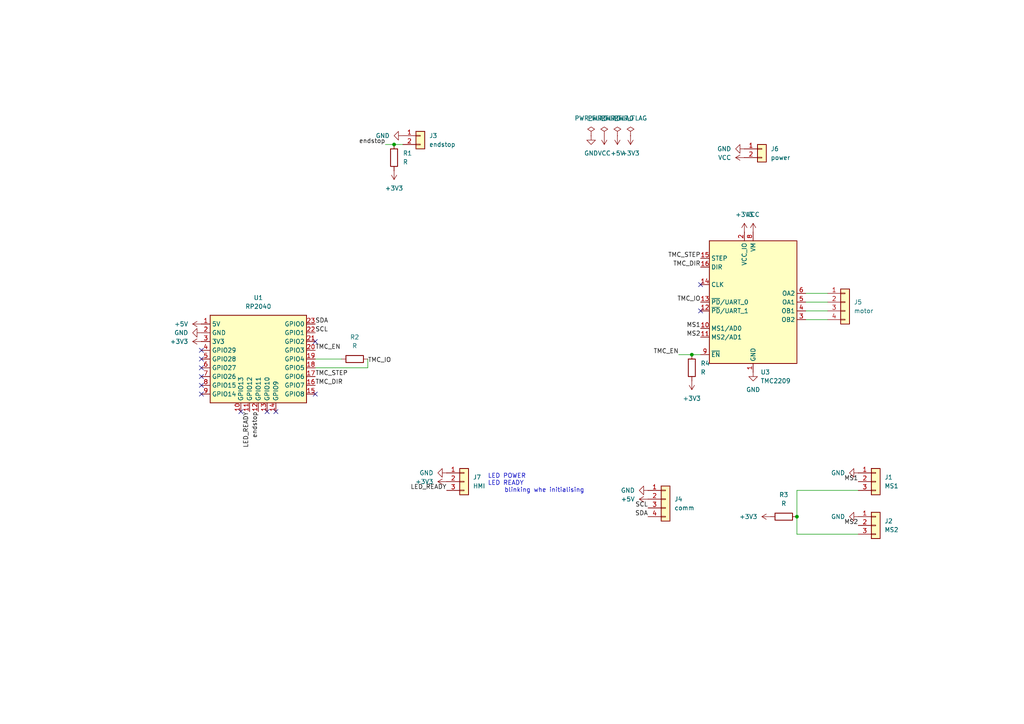
<source format=kicad_sch>
(kicad_sch (version 20250114) (generator "eeschema") (generator_version "9.0")
  (paper "A4")
  (lib_symbols
    (symbol "Connector_Generic:Conn_01x02" (pin_names (offset 1.016) (hide yes))
      (property "Reference" "J" (at 0 2.54 0))
      (property "Value" "Conn_01x02" (at 0 -5.08 0))
      (symbol "Conn_01x02_1_1"
        (rectangle (start -1.27 1.27) (end 1.27 -3.81) (stroke (width 0.254)) (fill (type background)))
        (rectangle (start -1.27 0.127) (end 0 -0.127) (stroke (width 0.1524)))
        (rectangle (start -1.27 -2.413) (end 0 -2.667) (stroke (width 0.1524)))
        (pin passive line (at -5.08 0 0) (length 3.81) (name "Pin_1") (number "1"))
        (pin passive line (at -5.08 -2.54 0) (length 3.81) (name "Pin_2") (number "2"))
      )
    )
    (symbol "Connector_Generic:Conn_01x03" (pin_names (offset 1.016) (hide yes))
      (property "Reference" "J" (at 0 5.08 0))
      (property "Value" "Conn_01x03" (at 0 -5.08 0))
      (symbol "Conn_01x03_1_1"
        (rectangle (start -1.27 3.81) (end 1.27 -3.81) (stroke (width 0.254)) (fill (type background)))
        (rectangle (start -1.27 2.667) (end 0 2.413) (stroke (width 0.1524)))
        (rectangle (start -1.27 0.127) (end 0 -0.127) (stroke (width 0.1524)))
        (rectangle (start -1.27 -2.413) (end 0 -2.667) (stroke (width 0.1524)))
        (pin passive line (at -5.08 2.54 0) (length 3.81) (name "Pin_1") (number "1"))
        (pin passive line (at -5.08 0 0) (length 3.81) (name "Pin_2") (number "2"))
        (pin passive line (at -5.08 -2.54 0) (length 3.81) (name "Pin_3") (number "3"))
      )
    )
    (symbol "Connector_Generic:Conn_01x04" (pin_names (offset 1.016) (hide yes))
      (property "Reference" "J" (at 0 5.08 0))
      (property "Value" "Conn_01x04" (at 0 -7.62 0))
      (symbol "Conn_01x04_1_1"
        (rectangle (start -1.27 3.81) (end 1.27 -6.35) (stroke (width 0.254)) (fill (type background)))
        (rectangle (start -1.27 2.667) (end 0 2.413) (stroke (width 0.1524)))
        (rectangle (start -1.27 0.127) (end 0 -0.127) (stroke (width 0.1524)))
        (rectangle (start -1.27 -2.413) (end 0 -2.667) (stroke (width 0.1524)))
        (rectangle (start -1.27 -4.953) (end 0 -5.207) (stroke (width 0.1524)))
        (pin passive line (at -5.08 2.54 0) (length 3.81) (name "Pin_1") (number "1"))
        (pin passive line (at -5.08 0 0) (length 3.81) (name "Pin_2") (number "2"))
        (pin passive line (at -5.08 -2.54 0) (length 3.81) (name "Pin_3") (number "3"))
        (pin passive line (at -5.08 -5.08 0) (length 3.81) (name "Pin_4") (number "4"))
      )
    )
    (symbol "Device:R" (pin_numbers (hide yes)) (pin_names (offset 0))
      (property "Reference" "R" (at 2.032 0 90))
      (property "Value" "R" (at 0 0 90))
      (symbol "R_0_1"
        (rectangle (start -1.016 -2.54) (end 1.016 2.54) (stroke (width 0.254)))
      )
      (symbol "R_1_1"
        (pin passive line (at 0 3.81 270) (length 1.27) (name "~") (number "1"))
        (pin passive line (at 0 -3.81 90) (length 1.27) (name "~") (number "2"))
      )
    )
    (symbol "nasa_lib:RP2040"
      (property "Reference" "U" (at -7.62 14.224 0))
      (property "Value" "RP2040" (at 6.35 14.478 0))
      (symbol "RP2040_0_1"
        (rectangle (start -13.97 12.7) (end 13.97 -12.7) (stroke (width 0.254)) (fill (type background)))
      )
      (symbol "RP2040_1_1"
        (pin power_in line (at -16.51 10.16 0) (length 2.54) (name "5V") (number "1"))
        (pin power_in line (at -16.51 7.62 0) (length 2.54) (name "GND") (number "2"))
        (pin power_in line (at -16.51 5.08 0) (length 2.54) (name "3V3") (number "3"))
        (pin bidirectional line (at -16.51 2.54 0) (length 2.54) (name "GPIO29") (number "4"))
        (pin bidirectional line (at -16.51 0 0) (length 2.54) (name "GPIO28") (number "5"))
        (pin bidirectional line (at -16.51 -2.54 0) (length 2.54) (name "GPIO27") (number "6"))
        (pin bidirectional line (at -16.51 -5.08 0) (length 2.54) (name "GPIO26") (number "7"))
        (pin bidirectional line (at -16.51 -7.62 0) (length 2.54) (name "GPIO15") (number "8"))
        (pin bidirectional line (at -16.51 -10.16 0) (length 2.54) (name "GPIO14") (number "9"))
        (pin bidirectional line (at -5.08 -15.24 90) (length 2.54) (name "GPIO13") (number "10"))
        (pin bidirectional line (at -2.54 -15.24 90) (length 2.54) (name "GPIO12") (number "11"))
        (pin bidirectional line (at 0 -15.24 90) (length 2.54) (name "GPIO11") (number "12"))
        (pin bidirectional line (at 2.54 -15.24 90) (length 2.54) (name "GPIO10") (number "13"))
        (pin bidirectional line (at 5.08 -15.24 90) (length 2.54) (name "GPIO9") (number "14"))
        (pin bidirectional line (at 16.51 10.16 180) (length 2.54) (name "GPIO0") (number "23"))
        (pin bidirectional line (at 16.51 7.62 180) (length 2.54) (name "GPIO1") (number "22"))
        (pin bidirectional line (at 16.51 5.08 180) (length 2.54) (name "GPIO2") (number "21"))
        (pin bidirectional line (at 16.51 2.54 180) (length 2.54) (name "GPIO3") (number "20"))
        (pin bidirectional line (at 16.51 0 180) (length 2.54) (name "GPIO4") (number "19"))
        (pin bidirectional line (at 16.51 -2.54 180) (length 2.54) (name "GPIO5") (number "18"))
        (pin bidirectional line (at 16.51 -5.08 180) (length 2.54) (name "GPIO6") (number "17"))
        (pin bidirectional line (at 16.51 -7.62 180) (length 2.54) (name "GPIO7") (number "16"))
        (pin bidirectional line (at 16.51 -10.16 180) (length 2.54) (name "GPIO8") (number "15"))
      )
    )
    (symbol "nasa_lib:TMC2209"
      (property "Reference" "U" (at -11.684 19.304 0))
      (property "Value" "TMC2209" (at 13.208 19.304 0))
      (symbol "TMC2209_0_1"
        (rectangle (start -12.7 17.78) (end 12.7 -17.78) (stroke (width 0.254)) (fill (type background)))
      )
      (symbol "TMC2209_1_1"
        (pin input line (at -15.24 12.7 0) (length 2.54) (name "STEP") (number "15"))
        (pin input line (at -15.24 10.16 0) (length 2.54) (name "DIR") (number "16"))
        (pin input line (at -15.24 5.08 0) (length 2.54) (name "CLK") (number "14"))
        (pin bidirectional line (at -15.24 0 0) (length 2.54) (name "~{PD}/UART_0") (number "13"))
        (pin bidirectional line (at -15.24 -2.54 0) (length 2.54) (name "~{PD}/UART_1") (number "12"))
        (pin input line (at -15.24 -7.62 0) (length 2.54) (name "MS1/AD0") (number "10"))
        (pin input line (at -15.24 -10.16 0) (length 2.54) (name "MS2/AD1") (number "11"))
        (pin input line (at -15.24 -15.24 0) (length 2.54) (name "~{EN}") (number "9"))
        (pin power_in line (at -2.54 20.32 270) (length 2.54) (name "VCC_IO") (number "2"))
        (pin power_in line (at 0 20.32 270) (length 2.54) (name "VM") (number "8"))
        (pin power_in line (at 0 -20.32 90) (length 2.54) (name "GND") (number "1"))
        (pin passive line (at 0 -20.32 90) (length 2.54) (hide yes) (name "GND") (number "7"))
        (pin output line (at 15.24 2.54 180) (length 2.54) (name "OA2") (number "6"))
        (pin output line (at 15.24 0 180) (length 2.54) (name "OA1") (number "5"))
        (pin output line (at 15.24 -2.54 180) (length 2.54) (name "OB1") (number "4"))
        (pin output line (at 15.24 -5.08 180) (length 2.54) (name "OB2") (number "3"))
      )
    )
    (symbol "power:+3V3" (power) (pin_numbers (hide yes)) (pin_names (offset 0) (hide yes))
      (property "Value" "+3V3" (at 0 3.556 0))
      (symbol "+3V3_0_1"
        (polyline (pts (xy -0.762 1.27) (xy 0 2.54)))
        (polyline (pts (xy 0 2.54) (xy 0.762 1.27)))
        (polyline (pts (xy 0 0) (xy 0 2.54)))
      )
      (symbol "+3V3_1_1"
        (pin power_in line (at 0 0 90) (length 0) (name "~") (number "1"))
      )
    )
    (symbol "power:+5V" (power) (pin_numbers (hide yes)) (pin_names (offset 0) (hide yes))
      (property "Value" "+5V" (at 0 3.556 0))
      (symbol "+5V_0_1"
        (polyline (pts (xy -0.762 1.27) (xy 0 2.54)))
        (polyline (pts (xy 0 2.54) (xy 0.762 1.27)))
        (polyline (pts (xy 0 0) (xy 0 2.54)))
      )
      (symbol "+5V_1_1"
        (pin power_in line (at 0 0 90) (length 0) (name "~") (number "1"))
      )
    )
    (symbol "power:GND" (power) (pin_numbers (hide yes)) (pin_names (offset 0) (hide yes))
      (property "Value" "GND" (at 0 -3.81 0))
      (symbol "GND_0_1"
        (polyline (pts (xy 0 0) (xy 0 -1.27) (xy 1.27 -1.27) (xy 0 -2.54) (xy -1.27 -1.27) (xy 0 -1.27)))
      )
      (symbol "GND_1_1"
        (pin power_in line (at 0 0 270) (length 0) (name "~") (number "1"))
      )
    )
    (symbol "power:PWR_FLAG" (power) (pin_numbers (hide yes)) (pin_names (offset 0) (hide yes))
      (property "Value" "PWR_FLAG" (at 0 3.81 0))
      (symbol "PWR_FLAG_0_0"
        (pin power_out line (at 0 0 90) (length 0) (name "~") (number "1"))
      )
      (symbol "PWR_FLAG_0_1"
        (polyline (pts (xy 0 0) (xy 0 1.27) (xy -1.016 1.905) (xy 0 2.54) (xy 1.016 1.905) (xy 0 1.27)))
      )
    )
    (symbol "power:VCC" (power) (pin_numbers (hide yes)) (pin_names (offset 0) (hide yes))
      (property "Value" "VCC" (at 0 3.556 0))
      (symbol "VCC_0_1"
        (polyline (pts (xy -0.762 1.27) (xy 0 2.54)))
        (polyline (pts (xy 0 2.54) (xy 0.762 1.27)))
        (polyline (pts (xy 0 0) (xy 0 2.54)))
      )
      (symbol "VCC_1_1"
        (pin power_in line (at 0 0 90) (length 0) (name "~") (number "1"))
      )
    )
  )
  (text "LED POWER\nLED READY\n	blinking whe initialising" (at 141.478 140.208 0) (effects (font (size 1.27 1.27)) (justify left)))
  (junction (at 114.3 41.91))
  (junction (at 231.14 149.86))
  (junction (at 200.66 102.87))
  (no_connect (at 58.42 106.68))
  (no_connect (at 58.42 111.76))
  (no_connect (at 58.42 101.6))
  (no_connect (at 58.42 109.22))
  (no_connect (at 58.42 104.14))
  (no_connect (at 80.01 119.38))
  (no_connect (at 91.44 114.3))
  (no_connect (at 77.47 119.38))
  (no_connect (at 91.44 99.06))
  (no_connect (at 58.42 114.3))
  (no_connect (at 203.2 90.17))
  (no_connect (at 203.2 82.55))
  (no_connect (at 69.85 119.38))
  (wire (pts (xy 233.68 85.09) (xy 240.03 85.09)))
  (wire (pts (xy 233.68 90.17) (xy 240.03 90.17)))
  (wire (pts (xy 231.14 154.94) (xy 231.14 149.86)))
  (wire (pts (xy 248.92 154.94) (xy 231.14 154.94)))
  (wire (pts (xy 114.3 41.91) (xy 116.84 41.91)))
  (wire (pts (xy 233.68 92.71) (xy 240.03 92.71)))
  (wire (pts (xy 196.85 102.87) (xy 200.66 102.87)))
  (wire (pts (xy 248.92 142.24) (xy 231.14 142.24)))
  (wire (pts (xy 200.66 102.87) (xy 203.2 102.87)))
  (wire (pts (xy 106.68 106.68) (xy 106.68 104.14)))
  (wire (pts (xy 91.44 104.14) (xy 99.06 104.14)))
  (wire (pts (xy 111.76 41.91) (xy 114.3 41.91)))
  (wire (pts (xy 233.68 87.63) (xy 240.03 87.63)))
  (wire (pts (xy 91.44 106.68) (xy 106.68 106.68)))
  (wire (pts (xy 231.14 142.24) (xy 231.14 149.86)))
  (label "MS1" (at 248.92 139.7 180))
  (label "TMC_IO" (at 203.2 87.63 180))
  (label "endstop" (at 111.76 41.91 180))
  (label "SCL" (at 187.96 147.32 180))
  (label "LED_READY" (at 72.39 119.38 270))
  (label "TMC_DIR" (at 203.2 77.47 180))
  (label "TMC_EN" (at 91.44 101.6 0))
  (label "TMC_IO" (at 106.68 105.41 0))
  (label "MS2" (at 203.2 97.79 180))
  (label "TMC_STEP" (at 91.44 109.22 0))
  (label "MS1" (at 203.2 95.25 180))
  (label "endstop" (at 74.93 119.38 270))
  (label "SDA" (at 187.96 149.86 180))
  (label "TMC_EN" (at 196.85 102.87 180))
  (label "TMC_STEP" (at 203.2 74.93 180))
  (label "TMC_DIR" (at 91.44 111.76 0))
  (label "SCL" (at 91.44 96.52 0))
  (label "LED_READY" (at 129.54 142.24 180))
  (label "MS2" (at 248.92 152.4 180))
  (label "SDA" (at 91.44 93.98 0))
  (symbol (lib_id "power:+3V3") (at 58.42 99.06 90) (unit 1)
    (property "Reference" "#PWR05" (effects (hide yes)))
    (property "Value" "+3V3" (at 54.61 99.0599 90) (effects (justify left)))
    (property "Description" "Power symbol creates a global label with name \"+3V3\"" (effects (hide yes)))
  )
  (symbol (lib_id "nasa_lib:RP2040") (at 74.93 104.14 0) (unit 1)
    (property "Reference" "U1" (at 74.93 86.36 0))
    (property "Value" "RP2040" (at 74.93 88.9 0))
    (property "Footprint" "nasa_footprint:rp2040_pico" (effects (hide yes)))
    (property "Description" "RP2040" (effects (hide yes)))
  )
  (symbol (lib_id "power:VCC") (at 175.26 39.37 180) (unit 1)
    (property "Reference" "#PWR02" (effects (hide yes)))
    (property "Value" "VCC" (at 175.26 44.45 0))
    (property "Description" "Power symbol creates a global label with name \"VCC\"" (effects (hide yes)))
  )
  (symbol (lib_id "power:GND") (at 187.96 142.24 270) (unit 1)
    (property "Reference" "#PWR09" (effects (hide yes)))
    (property "Value" "GND" (at 184.15 142.2399 90) (effects (justify right)))
    (property "Description" "Power symbol creates a global label with name \"GND\" , ground" (effects (hide yes)))
  )
  (symbol (lib_id "power:GND") (at 248.92 137.16 270) (unit 1)
    (property "Reference" "#PWR016" (effects (hide yes)))
    (property "Value" "GND" (at 245.11 137.1599 90) (effects (justify right)))
    (property "Description" "Power symbol creates a global label with name \"GND\" , ground" (effects (hide yes)))
  )
  (symbol (lib_id "power:VCC") (at 218.44 67.31 0) (unit 1)
    (property "Reference" "#PWR07" (effects (hide yes)))
    (property "Value" "VCC" (at 218.44 62.23 0))
    (property "Description" "Power symbol creates a global label with name \"VCC\"" (effects (hide yes)))
  )
  (symbol (lib_id "Connector_Generic:Conn_01x02") (at 220.98 43.18 0) (unit 1)
    (property "Reference" "J6" (at 223.52 43.1799 0) (effects (justify left)))
    (property "Value" "power" (at 223.52 45.7199 0) (effects (justify left)))
    (property "Description" "Generic connector, single row, 01x02, script generated (kicad-library-utils/schlib/autogen/connector/)" (effects (hide yes)))
  )
  (symbol (lib_id "Connector_Generic:Conn_01x02") (at 121.92 39.37 0) (unit 1)
    (property "Reference" "J3" (at 124.46 39.3699 0) (effects (justify left)))
    (property "Value" "endstop" (at 124.46 41.9099 0) (effects (justify left)))
    (property "Description" "Generic connector, single row, 01x02, script generated (kicad-library-utils/schlib/autogen/connector/)" (effects (hide yes)))
  )
  (symbol (lib_id "power:+5V") (at 58.42 93.98 90) (unit 1)
    (property "Reference" "#PWR019" (effects (hide yes)))
    (property "Value" "+5V" (at 54.61 93.9799 90) (effects (justify left)))
    (property "Description" "Power symbol creates a global label with name \"+5V\"" (effects (hide yes)))
  )
  (symbol (lib_id "power:+3V3") (at 182.88 39.37 180) (unit 1)
    (property "Reference" "#PWR04" (effects (hide yes)))
    (property "Value" "+3V3" (at 182.88 44.45 0))
    (property "Description" "Power symbol creates a global label with name \"+3V3\"" (effects (hide yes)))
  )
  (symbol (lib_id "power:+5V") (at 179.07 39.37 180) (unit 1)
    (property "Reference" "#PWR03" (effects (hide yes)))
    (property "Value" "+5V" (at 179.07 44.45 0))
    (property "Description" "Power symbol creates a global label with name \"+5V\"" (effects (hide yes)))
  )
  (symbol (lib_id "power:+3V3") (at 223.52 149.86 90) (unit 1)
    (property "Reference" "#PWR018" (effects (hide yes)))
    (property "Value" "+3V3" (at 219.71 149.8599 90) (effects (justify left)))
    (property "Description" "Power symbol creates a global label with name \"+3V3\"" (effects (hide yes)))
  )
  (symbol (lib_id "power:PWR_FLAG") (at 171.45 39.37 0) (unit 1)
    (property "Reference" "#FLG01" (effects (hide yes)))
    (property "Value" "PWR_FLAG" (at 171.45 34.29 0))
    (property "Description" "Special symbol for telling ERC where power comes from" (effects (hide yes)))
  )
  (symbol (lib_id "power:VCC") (at 215.9 45.72 90) (unit 1)
    (property "Reference" "#PWR014" (effects (hide yes)))
    (property "Value" "VCC" (at 212.09 45.7199 90) (effects (justify left)))
    (property "Description" "Power symbol creates a global label with name \"VCC\"" (effects (hide yes)))
  )
  (symbol (lib_id "Connector_Generic:Conn_01x03") (at 254 152.4 0) (unit 1)
    (property "Reference" "J2" (at 256.54 151.1299 0) (effects (justify left)))
    (property "Value" "MS2" (at 256.54 153.6699 0) (effects (justify left)))
    (property "Description" "Generic connector, single row, 01x03, script generated (kicad-library-utils/schlib/autogen/connector/)" (effects (hide yes)))
  )
  (symbol (lib_id "power:+3V3") (at 215.9 67.31 0) (unit 1)
    (property "Reference" "#PWR015" (effects (hide yes)))
    (property "Value" "+3V3" (at 215.9 62.23 0))
    (property "Description" "Power symbol creates a global label with name \"+3V3\"" (effects (hide yes)))
  )
  (symbol (lib_id "Device:R") (at 102.87 104.14 90) (unit 1)
    (property "Reference" "R2" (at 102.87 97.79 90))
    (property "Value" "R" (at 102.87 100.33 90))
    (property "Description" "Resistor" (effects (hide yes)))
  )
  (symbol (lib_id "power:+5V") (at 187.96 144.78 90) (unit 1)
    (property "Reference" "#PWR08" (effects (hide yes)))
    (property "Value" "+5V" (at 184.15 144.7799 90) (effects (justify left)))
    (property "Description" "Power symbol creates a global label with name \"+5V\"" (effects (hide yes)))
  )
  (symbol (lib_id "nasa_lib:TMC2209") (at 218.44 87.63 0) (unit 1)
    (property "Reference" "U3" (at 220.5833 107.95 0) (effects (justify left)))
    (property "Value" "TMC2209" (at 220.5833 110.49 0) (effects (justify left)))
    (property "Footprint" "nasa_footprint:TMC2209 driver" (effects (hide yes)))
    (property "Description" "2-phase stepper motor driver, 256 µSteps, 2.8A peak, 2.0A RMS, VS = 4.75..29V, STEP/DIR and UART interface, VQFN-28" (effects (hide yes)))
  )
  (symbol (lib_id "power:PWR_FLAG") (at 182.88 39.37 0) (unit 1)
    (property "Reference" "#FLG04" (effects (hide yes)))
    (property "Value" "PWR_FLAG" (at 182.88 34.29 0))
    (property "Description" "Special symbol for telling ERC where power comes from" (effects (hide yes)))
  )
  (symbol (lib_id "Connector_Generic:Conn_01x03") (at 134.62 139.7 0) (unit 1)
    (property "Reference" "J7" (at 137.16 138.4299 0) (effects (justify left)))
    (property "Value" "HMI" (at 137.16 140.9699 0) (effects (justify left)))
    (property "Description" "Generic connector, single row, 01x03, script generated (kicad-library-utils/schlib/autogen/connector/)" (effects (hide yes)))
  )
  (symbol (lib_id "power:+3V3") (at 114.3 49.53 180) (unit 1)
    (property "Reference" "#PWR012" (effects (hide yes)))
    (property "Value" "+3V3" (at 114.3 54.61 0))
    (property "Description" "Power symbol creates a global label with name \"+3V3\"" (effects (hide yes)))
  )
  (symbol (lib_id "Connector_Generic:Conn_01x03") (at 254 139.7 0) (unit 1)
    (property "Reference" "J1" (at 256.54 138.4299 0) (effects (justify left)))
    (property "Value" "MS1" (at 256.54 140.9699 0) (effects (justify left)))
    (property "Description" "Generic connector, single row, 01x03, script generated (kicad-library-utils/schlib/autogen/connector/)" (effects (hide yes)))
  )
  (symbol (lib_id "power:GND") (at 58.42 96.52 270) (unit 1)
    (property "Reference" "#PWR06" (effects (hide yes)))
    (property "Value" "GND" (at 54.61 96.5199 90) (effects (justify right)))
    (property "Description" "Power symbol creates a global label with name \"GND\" , ground" (effects (hide yes)))
  )
  (symbol (lib_id "Connector_Generic:Conn_01x04") (at 193.04 144.78 0) (unit 1)
    (property "Reference" "J4" (at 195.58 144.7799 0) (effects (justify left)))
    (property "Value" "comm" (at 195.58 147.3199 0) (effects (justify left)))
    (property "Description" "Generic connector, single row, 01x04, script generated (kicad-library-utils/schlib/autogen/connector/)" (effects (hide yes)))
  )
  (symbol (lib_id "power:GND") (at 215.9 43.18 270) (unit 1)
    (property "Reference" "#PWR013" (effects (hide yes)))
    (property "Value" "GND" (at 212.09 43.1799 90) (effects (justify right)))
    (property "Description" "Power symbol creates a global label with name \"GND\" , ground" (effects (hide yes)))
  )
  (symbol (lib_id "Connector_Generic:Conn_01x04") (at 245.11 87.63 0) (unit 1)
    (property "Reference" "J5" (at 247.65 87.6299 0) (effects (justify left)))
    (property "Value" "motor" (at 247.65 90.1699 0) (effects (justify left)))
    (property "Description" "Generic connector, single row, 01x04, script generated (kicad-library-utils/schlib/autogen/connector/)" (effects (hide yes)))
  )
  (symbol (lib_id "Device:R") (at 200.66 106.68 0) (unit 1)
    (property "Reference" "R4" (at 203.2 105.4099 0) (effects (justify left)))
    (property "Value" "R" (at 203.2 107.9499 0) (effects (justify left)))
    (property "Description" "Resistor" (effects (hide yes)))
  )
  (symbol (lib_id "power:GND") (at 116.84 39.37 270) (unit 1)
    (property "Reference" "#PWR011" (effects (hide yes)))
    (property "Value" "GND" (at 113.03 39.3699 90) (effects (justify right)))
    (property "Description" "Power symbol creates a global label with name \"GND\" , ground" (effects (hide yes)))
  )
  (symbol (lib_id "power:PWR_FLAG") (at 175.26 39.37 0) (unit 1)
    (property "Reference" "#FLG02" (effects (hide yes)))
    (property "Value" "PWR_FLAG" (at 175.26 34.29 0))
    (property "Description" "Special symbol for telling ERC where power comes from" (effects (hide yes)))
  )
  (symbol (lib_id "power:GND") (at 171.45 39.37 0) (unit 1)
    (property "Reference" "#PWR01" (effects (hide yes)))
    (property "Value" "GND" (at 171.45 44.45 0))
    (property "Description" "Power symbol creates a global label with name \"GND\" , ground" (effects (hide yes)))
  )
  (symbol (lib_id "power:+3V3") (at 200.66 110.49 180) (unit 1)
    (property "Reference" "#PWR020" (effects (hide yes)))
    (property "Value" "+3V3" (at 200.66 115.57 0))
    (property "Description" "Power symbol creates a global label with name \"+3V3\"" (effects (hide yes)))
  )
  (symbol (lib_id "power:GND") (at 218.44 107.95 0) (unit 1)
    (property "Reference" "#PWR010" (effects (hide yes)))
    (property "Value" "GND" (at 218.44 113.03 0))
    (property "Description" "Power symbol creates a global label with name \"GND\" , ground" (effects (hide yes)))
  )
  (symbol (lib_id "Device:R") (at 227.33 149.86 90) (unit 1)
    (property "Reference" "R3" (at 227.33 143.51 90))
    (property "Value" "R" (at 227.33 146.05 90))
    (property "Description" "Resistor" (effects (hide yes)))
  )
  (symbol (lib_id "power:GND") (at 248.92 149.86 270) (unit 1)
    (property "Reference" "#PWR017" (effects (hide yes)))
    (property "Value" "GND" (at 245.11 149.8599 90) (effects (justify right)))
    (property "Description" "Power symbol creates a global label with name \"GND\" , ground" (effects (hide yes)))
  )
  (symbol (lib_id "Device:R") (at 114.3 45.72 0) (unit 1)
    (property "Reference" "R1" (at 116.84 44.4499 0) (effects (justify left)))
    (property "Value" "R" (at 116.84 46.9899 0) (effects (justify left)))
    (property "Description" "Resistor" (effects (hide yes)))
  )
  (symbol (lib_id "power:GND") (at 129.54 137.16 270) (unit 1)
    (property "Reference" "#PWR021" (effects (hide yes)))
    (property "Value" "GND" (at 125.73 137.1599 90) (effects (justify right)))
    (property "Description" "Power symbol creates a global label with name \"GND\" , ground" (effects (hide yes)))
  )
  (symbol (lib_id "power:PWR_FLAG") (at 179.07 39.37 0) (unit 1)
    (property "Reference" "#FLG03" (effects (hide yes)))
    (property "Value" "PWR_FLAG" (at 179.07 34.29 0))
    (property "Description" "Special symbol for telling ERC where power comes from" (effects (hide yes)))
  )
  (symbol (lib_id "power:+3V3") (at 129.54 139.7 90) (unit 1)
    (property "Reference" "#PWR022" (effects (hide yes)))
    (property "Value" "+3V3" (at 125.73 139.6999 90) (effects (justify left)))
    (property "Description" "Power symbol creates a global label with name \"+3V3\"" (effects (hide yes)))
  )
)
</source>
